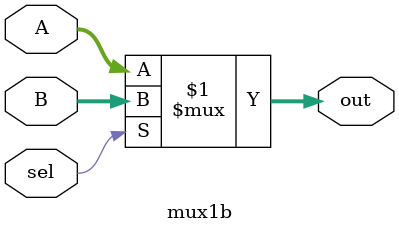
<source format=v>
/*
 ***@Author: NGUYEN TRUNG HIEU
 ***@Date:   Oct 24th, 2018
*/

module mux24b(out,A,B,sel);
output [23:0]out;
input  [23:0]A,B;
input  sel;

assign out=sel?B:A;

endmodule

module mux8b(out,A,B,sel);
output [7:0]out;
input  [7:0]A,B;
input  sel;

assign out=sel?B:A;

endmodule

module mux1b(out,A,B,sel);
output [7:0]out;
input  [7:0]A,B;
input  sel;

assign out=sel?B:A;

endmodule
</source>
